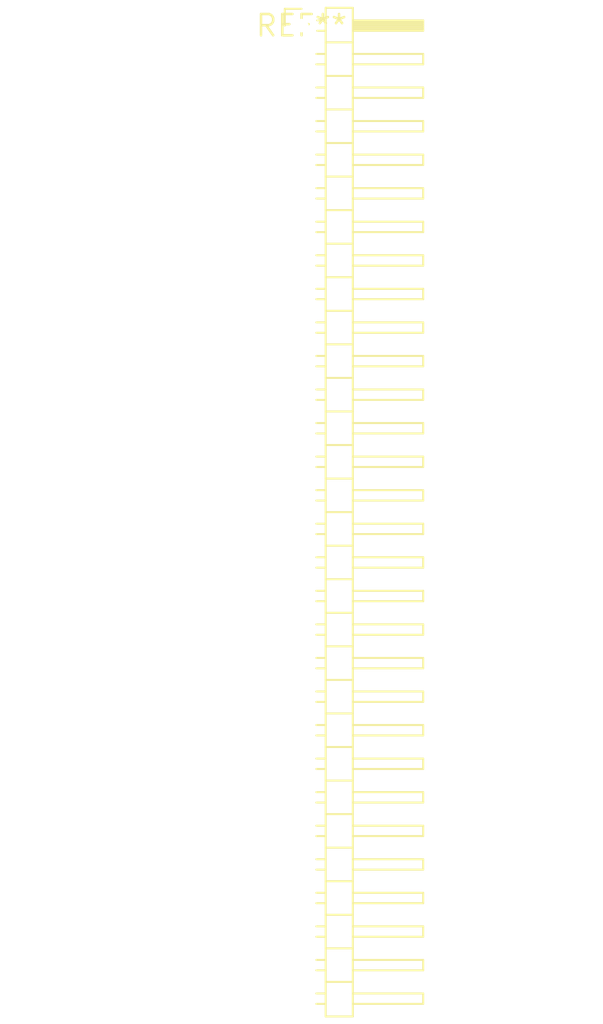
<source format=kicad_pcb>
(kicad_pcb (version 20240108) (generator pcbnew)
  (layers (0 "F.Cu" signal) (31 "B.Cu" signal) (34 "B.Paste" user) (35 "F.Paste" user) (36 "B.SilkS" user "B.Silkscreen") (37 "F.SilkS" user "F.Silkscreen") (38 "B.Mask" user) (39 "F.Mask" user) (44 "Edge.Cuts" user))
  (net 0 "")
  (footprint "PinHeader_1x30_P2.00mm_Horizontal" (layer "F.Cu") (at 0 0)
    (property "Reference" "REF**")
    (property "Value" "PinHeader_1x30_P2.00mm_Horizontal")
    (fp_line (start -1 -1) (end 0 -1) (layer "F.SilkS") (stroke (width 0.12)))
    (fp_line (start -1 0) (end -1 -1) (layer "F.SilkS") (stroke (width 0.12)))
    (fp_line (start 0.882114 1.69) (end 1.44 1.69) (layer "F.SilkS") (stroke (width 0.12)))
    (fp_line (start 0.882114 2.31) (end 1.44 2.31) (layer "F.SilkS") (stroke (width 0.12)))
    (fp_line (start 0.882114 3.69) (end 1.44 3.69) (layer "F.SilkS") (stroke (width 0.12)))
    (fp_line (start 0.882114 4.31) (end 1.44 4.31) (layer "F.SilkS") (stroke (width 0.12)))
    (fp_line (start 0.882114 5.69) (end 1.44 5.69) (layer "F.SilkS") (stroke (width 0.12)))
    (fp_line (start 0.882114 6.31) (end 1.44 6.31) (layer "F.SilkS") (stroke (width 0.12)))
    (fp_line (start 0.882114 7.69) (end 1.44 7.69) (layer "F.SilkS") (stroke (width 0.12)))
    (fp_line (start 0.882114 8.31) (end 1.44 8.31) (layer "F.SilkS") (stroke (width 0.12)))
    (fp_line (start 0.882114 9.69) (end 1.44 9.69) (layer "F.SilkS") (stroke (width 0.12)))
    (fp_line (start 0.882114 10.31) (end 1.44 10.31) (layer "F.SilkS") (stroke (width 0.12)))
    (fp_line (start 0.882114 11.69) (end 1.44 11.69) (layer "F.SilkS") (stroke (width 0.12)))
    (fp_line (start 0.882114 12.31) (end 1.44 12.31) (layer "F.SilkS") (stroke (width 0.12)))
    (fp_line (start 0.882114 13.69) (end 1.44 13.69) (layer "F.SilkS") (stroke (width 0.12)))
    (fp_line (start 0.882114 14.31) (end 1.44 14.31) (layer "F.SilkS") (stroke (width 0.12)))
    (fp_line (start 0.882114 15.69) (end 1.44 15.69) (layer "F.SilkS") (stroke (width 0.12)))
    (fp_line (start 0.882114 16.31) (end 1.44 16.31) (layer "F.SilkS") (stroke (width 0.12)))
    (fp_line (start 0.882114 17.69) (end 1.44 17.69) (layer "F.SilkS") (stroke (width 0.12)))
    (fp_line (start 0.882114 18.31) (end 1.44 18.31) (layer "F.SilkS") (stroke (width 0.12)))
    (fp_line (start 0.882114 19.69) (end 1.44 19.69) (layer "F.SilkS") (stroke (width 0.12)))
    (fp_line (start 0.882114 20.31) (end 1.44 20.31) (layer "F.SilkS") (stroke (width 0.12)))
    (fp_line (start 0.882114 21.69) (end 1.44 21.69) (layer "F.SilkS") (stroke (width 0.12)))
    (fp_line (start 0.882114 22.31) (end 1.44 22.31) (layer "F.SilkS") (stroke (width 0.12)))
    (fp_line (start 0.882114 23.69) (end 1.44 23.69) (layer "F.SilkS") (stroke (width 0.12)))
    (fp_line (start 0.882114 24.31) (end 1.44 24.31) (layer "F.SilkS") (stroke (width 0.12)))
    (fp_line (start 0.882114 25.69) (end 1.44 25.69) (layer "F.SilkS") (stroke (width 0.12)))
    (fp_line (start 0.882114 26.31) (end 1.44 26.31) (layer "F.SilkS") (stroke (width 0.12)))
    (fp_line (start 0.882114 27.69) (end 1.44 27.69) (layer "F.SilkS") (stroke (width 0.12)))
    (fp_line (start 0.882114 28.31) (end 1.44 28.31) (layer "F.SilkS") (stroke (width 0.12)))
    (fp_line (start 0.882114 29.69) (end 1.44 29.69) (layer "F.SilkS") (stroke (width 0.12)))
    (fp_line (start 0.882114 30.31) (end 1.44 30.31) (layer "F.SilkS") (stroke (width 0.12)))
    (fp_line (start 0.882114 31.69) (end 1.44 31.69) (layer "F.SilkS") (stroke (width 0.12)))
    (fp_line (start 0.882114 32.31) (end 1.44 32.31) (layer "F.SilkS") (stroke (width 0.12)))
    (fp_line (start 0.882114 33.69) (end 1.44 33.69) (layer "F.SilkS") (stroke (width 0.12)))
    (fp_line (start 0.882114 34.31) (end 1.44 34.31) (layer "F.SilkS") (stroke (width 0.12)))
    (fp_line (start 0.882114 35.69) (end 1.44 35.69) (layer "F.SilkS") (stroke (width 0.12)))
    (fp_line (start 0.882114 36.31) (end 1.44 36.31) (layer "F.SilkS") (stroke (width 0.12)))
    (fp_line (start 0.882114 37.69) (end 1.44 37.69) (layer "F.SilkS") (stroke (width 0.12)))
    (fp_line (start 0.882114 38.31) (end 1.44 38.31) (layer "F.SilkS") (stroke (width 0.12)))
    (fp_line (start 0.882114 39.69) (end 1.44 39.69) (layer "F.SilkS") (stroke (width 0.12)))
    (fp_line (start 0.882114 40.31) (end 1.44 40.31) (layer "F.SilkS") (stroke (width 0.12)))
    (fp_line (start 0.882114 41.69) (end 1.44 41.69) (layer "F.SilkS") (stroke (width 0.12)))
    (fp_line (start 0.882114 42.31) (end 1.44 42.31) (layer "F.SilkS") (stroke (width 0.12)))
    (fp_line (start 0.882114 43.69) (end 1.44 43.69) (layer "F.SilkS") (stroke (width 0.12)))
    (fp_line (start 0.882114 44.31) (end 1.44 44.31) (layer "F.SilkS") (stroke (width 0.12)))
    (fp_line (start 0.882114 45.69) (end 1.44 45.69) (layer "F.SilkS") (stroke (width 0.12)))
    (fp_line (start 0.882114 46.31) (end 1.44 46.31) (layer "F.SilkS") (stroke (width 0.12)))
    (fp_line (start 0.882114 47.69) (end 1.44 47.69) (layer "F.SilkS") (stroke (width 0.12)))
    (fp_line (start 0.882114 48.31) (end 1.44 48.31) (layer "F.SilkS") (stroke (width 0.12)))
    (fp_line (start 0.882114 49.69) (end 1.44 49.69) (layer "F.SilkS") (stroke (width 0.12)))
    (fp_line (start 0.882114 50.31) (end 1.44 50.31) (layer "F.SilkS") (stroke (width 0.12)))
    (fp_line (start 0.882114 51.69) (end 1.44 51.69) (layer "F.SilkS") (stroke (width 0.12)))
    (fp_line (start 0.882114 52.31) (end 1.44 52.31) (layer "F.SilkS") (stroke (width 0.12)))
    (fp_line (start 0.882114 53.69) (end 1.44 53.69) (layer "F.SilkS") (stroke (width 0.12)))
    (fp_line (start 0.882114 54.31) (end 1.44 54.31) (layer "F.SilkS") (stroke (width 0.12)))
    (fp_line (start 0.882114 55.69) (end 1.44 55.69) (layer "F.SilkS") (stroke (width 0.12)))
    (fp_line (start 0.882114 56.31) (end 1.44 56.31) (layer "F.SilkS") (stroke (width 0.12)))
    (fp_line (start 0.882114 57.69) (end 1.44 57.69) (layer "F.SilkS") (stroke (width 0.12)))
    (fp_line (start 0.882114 58.31) (end 1.44 58.31) (layer "F.SilkS") (stroke (width 0.12)))
    (fp_line (start 0.935 -0.31) (end 1.44 -0.31) (layer "F.SilkS") (stroke (width 0.12)))
    (fp_line (start 0.935 0.31) (end 1.44 0.31) (layer "F.SilkS") (stroke (width 0.12)))
    (fp_line (start 1.44 -1.06) (end 1.44 59.06) (layer "F.SilkS") (stroke (width 0.12)))
    (fp_line (start 1.44 1) (end 3.06 1) (layer "F.SilkS") (stroke (width 0.12)))
    (fp_line (start 1.44 3) (end 3.06 3) (layer "F.SilkS") (stroke (width 0.12)))
    (fp_line (start 1.44 5) (end 3.06 5) (layer "F.SilkS") (stroke (width 0.12)))
    (fp_line (start 1.44 7) (end 3.06 7) (layer "F.SilkS") (stroke (width 0.12)))
    (fp_line (start 1.44 9) (end 3.06 9) (layer "F.SilkS") (stroke (width 0.12)))
    (fp_line (start 1.44 11) (end 3.06 11) (layer "F.SilkS") (stroke (width 0.12)))
    (fp_line (start 1.44 13) (end 3.06 13) (layer "F.SilkS") (stroke (width 0.12)))
    (fp_line (start 1.44 15) (end 3.06 15) (layer "F.SilkS") (stroke (width 0.12)))
    (fp_line (start 1.44 17) (end 3.06 17) (layer "F.SilkS") (stroke (width 0.12)))
    (fp_line (start 1.44 19) (end 3.06 19) (layer "F.SilkS") (stroke (width 0.12)))
    (fp_line (start 1.44 21) (end 3.06 21) (layer "F.SilkS") (stroke (width 0.12)))
    (fp_line (start 1.44 23) (end 3.06 23) (layer "F.SilkS") (stroke (width 0.12)))
    (fp_line (start 1.44 25) (end 3.06 25) (layer "F.SilkS") (stroke (width 0.12)))
    (fp_line (start 1.44 27) (end 3.06 27) (layer "F.SilkS") (stroke (width 0.12)))
    (fp_line (start 1.44 29) (end 3.06 29) (layer "F.SilkS") (stroke (width 0.12)))
    (fp_line (start 1.44 31) (end 3.06 31) (layer "F.SilkS") (stroke (width 0.12)))
    (fp_line (start 1.44 33) (end 3.06 33) (layer "F.SilkS") (stroke (width 0.12)))
    (fp_line (start 1.44 35) (end 3.06 35) (layer "F.SilkS") (stroke (width 0.12)))
    (fp_line (start 1.44 37) (end 3.06 37) (layer "F.SilkS") (stroke (width 0.12)))
    (fp_line (start 1.44 39) (end 3.06 39) (layer "F.SilkS") (stroke (width 0.12)))
    (fp_line (start 1.44 41) (end 3.06 41) (layer "F.SilkS") (stroke (width 0.12)))
    (fp_line (start 1.44 43) (end 3.06 43) (layer "F.SilkS") (stroke (width 0.12)))
    (fp_line (start 1.44 45) (end 3.06 45) (layer "F.SilkS") (stroke (width 0.12)))
    (fp_line (start 1.44 47) (end 3.06 47) (layer "F.SilkS") (stroke (width 0.12)))
    (fp_line (start 1.44 49) (end 3.06 49) (layer "F.SilkS") (stroke (width 0.12)))
    (fp_line (start 1.44 51) (end 3.06 51) (layer "F.SilkS") (stroke (width 0.12)))
    (fp_line (start 1.44 53) (end 3.06 53) (layer "F.SilkS") (stroke (width 0.12)))
    (fp_line (start 1.44 55) (end 3.06 55) (layer "F.SilkS") (stroke (width 0.12)))
    (fp_line (start 1.44 57) (end 3.06 57) (layer "F.SilkS") (stroke (width 0.12)))
    (fp_line (start 1.44 59.06) (end 3.06 59.06) (layer "F.SilkS") (stroke (width 0.12)))
    (fp_line (start 3.06 -1.06) (end 1.44 -1.06) (layer "F.SilkS") (stroke (width 0.12)))
    (fp_line (start 3.06 -0.31) (end 7.26 -0.31) (layer "F.SilkS") (stroke (width 0.12)))
    (fp_line (start 3.06 -0.25) (end 7.26 -0.25) (layer "F.SilkS") (stroke (width 0.12)))
    (fp_line (start 3.06 -0.13) (end 7.26 -0.13) (layer "F.SilkS") (stroke (width 0.12)))
    (fp_line (start 3.06 -0.01) (end 7.26 -0.01) (layer "F.SilkS") (stroke (width 0.12)))
    (fp_line (start 3.06 0.11) (end 7.26 0.11) (layer "F.SilkS") (stroke (width 0.12)))
    (fp_line (start 3.06 0.23) (end 7.26 0.23) (layer "F.SilkS") (stroke (width 0.12)))
    (fp_line (start 3.06 1.69) (end 7.26 1.69) (layer "F.SilkS") (stroke (width 0.12)))
    (fp_line (start 3.06 3.69) (end 7.26 3.69) (layer "F.SilkS") (stroke (width 0.12)))
    (fp_line (start 3.06 5.69) (end 7.26 5.69) (layer "F.SilkS") (stroke (width 0.12)))
    (fp_line (start 3.06 7.69) (end 7.26 7.69) (layer "F.SilkS") (stroke (width 0.12)))
    (fp_line (start 3.06 9.69) (end 7.26 9.69) (layer "F.SilkS") (stroke (width 0.12)))
    (fp_line (start 3.06 11.69) (end 7.26 11.69) (layer "F.SilkS") (stroke (width 0.12)))
    (fp_line (start 3.06 13.69) (end 7.26 13.69) (layer "F.SilkS") (stroke (width 0.12)))
    (fp_line (start 3.06 15.69) (end 7.26 15.69) (layer "F.SilkS") (stroke (width 0.12)))
    (fp_line (start 3.06 17.69) (end 7.26 17.69) (layer "F.SilkS") (stroke (width 0.12)))
    (fp_line (start 3.06 19.69) (end 7.26 19.69) (layer "F.SilkS") (stroke (width 0.12)))
    (fp_line (start 3.06 21.69) (end 7.26 21.69) (layer "F.SilkS") (stroke (width 0.12)))
    (fp_line (start 3.06 23.69) (end 7.26 23.69) (layer "F.SilkS") (stroke (width 0.12)))
    (fp_line (start 3.06 25.69) (end 7.26 25.69) (layer "F.SilkS") (stroke (width 0.12)))
    (fp_line (start 3.06 27.69) (end 7.26 27.69) (layer "F.SilkS") (stroke (width 0.12)))
    (fp_line (start 3.06 29.69) (end 7.26 29.69) (layer "F.SilkS") (stroke (width 0.12)))
    (fp_line (start 3.06 31.69) (end 7.26 31.69) (layer "F.SilkS") (stroke (width 0.12)))
    (fp_line (start 3.06 33.69) (end 7.26 33.69) (layer "F.SilkS") (stroke (width 0.12)))
    (fp_line (start 3.06 35.69) (end 7.26 35.69) (layer "F.SilkS") (stroke (width 0.12)))
    (fp_line (start 3.06 37.69) (end 7.26 37.69) (layer "F.SilkS") (stroke (width 0.12)))
    (fp_line (start 3.06 39.69) (end 7.26 39.69) (layer "F.SilkS") (stroke (width 0.12)))
    (fp_line (start 3.06 41.69) (end 7.26 41.69) (layer "F.SilkS") (stroke (width 0.12)))
    (fp_line (start 3.06 43.69) (end 7.26 43.69) (layer "F.SilkS") (stroke (width 0.12)))
    (fp_line (start 3.06 45.69) (end 7.26 45.69) (layer "F.SilkS") (stroke (width 0.12)))
    (fp_line (start 3.06 47.69) (end 7.26 47.69) (layer "F.SilkS") (stroke (width 0.12)))
    (fp_line (start 3.06 49.69) (end 7.26 49.69) (layer "F.SilkS") (stroke (width 0.12)))
    (fp_line (start 3.06 51.69) (end 7.26 51.69) (layer "F.SilkS") (stroke (width 0.12)))
    (fp_line (start 3.06 53.69) (end 7.26 53.69) (layer "F.SilkS") (stroke (width 0.12)))
    (fp_line (start 3.06 55.69) (end 7.26 55.69) (layer "F.SilkS") (stroke (width 0.12)))
    (fp_line (start 3.06 57.69) (end 7.26 57.69) (layer "F.SilkS") (stroke (width 0.12)))
    (fp_line (start 3.06 59.06) (end 3.06 -1.06) (layer "F.SilkS") (stroke (width 0.12)))
    (fp_line (start 7.26 -0.31) (end 7.26 0.31) (layer "F.SilkS") (stroke (width 0.12)))
    (fp_line (start 7.26 0.31) (end 3.06 0.31) (layer "F.SilkS") (stroke (width 0.12)))
    (fp_line (start 7.26 1.69) (end 7.26 2.31) (layer "F.SilkS") (stroke (width 0.12)))
    (fp_line (start 7.26 2.31) (end 3.06 2.31) (layer "F.SilkS") (stroke (width 0.12)))
    (fp_line (start 7.26 3.69) (end 7.26 4.31) (layer "F.SilkS") (stroke (width 0.12)))
    (fp_line (start 7.26 4.31) (end 3.06 4.31) (layer "F.SilkS") (stroke (width 0.12)))
    (fp_line (start 7.26 5.69) (end 7.26 6.31) (layer "F.SilkS") (stroke (width 0.12)))
    (fp_line (start 7.26 6.31) (end 3.06 6.31) (layer "F.SilkS") (stroke (width 0.12)))
    (fp_line (start 7.26 7.69) (end 7.26 8.31) (layer "F.SilkS") (stroke (width 0.12)))
    (fp_line (start 7.26 8.31) (end 3.06 8.31) (layer "F.SilkS") (stroke (width 0.12)))
    (fp_line (start 7.26 9.69) (end 7.26 10.31) (layer "F.SilkS") (stroke (width 0.12)))
    (fp_line (start 7.26 10.31) (end 3.06 10.31) (layer "F.SilkS") (stroke (width 0.12)))
    (fp_line (start 7.26 11.69) (end 7.26 12.31) (layer "F.SilkS") (stroke (width 0.12)))
    (fp_line (start 7.26 12.31) (end 3.06 12.31) (layer "F.SilkS") (stroke (width 0.12)))
    (fp_line (start 7.26 13.69) (end 7.26 14.31) (layer "F.SilkS") (stroke (width 0.12)))
    (fp_line (start 7.26 14.31) (end 3.06 14.31) (layer "F.SilkS") (stroke (width 0.12)))
    (fp_line (start 7.26 15.69) (end 7.26 16.31) (layer "F.SilkS") (stroke (width 0.12)))
    (fp_line (start 7.26 16.31) (end 3.06 16.31) (layer "F.SilkS") (stroke (width 0.12)))
    (fp_line (start 7.26 17.69) (end 7.26 18.31) (layer "F.SilkS") (stroke (width 0.12)))
    (fp_line (start 7.26 18.31) (end 3.06 18.31) (layer "F.SilkS") (stroke (width 0.12)))
    (fp_line (start 7.26 19.69) (end 7.26 20.31) (layer "F.SilkS") (stroke (width 0.12)))
    (fp_line (start 7.26 20.31) (end 3.06 20.31) (layer "F.SilkS") (stroke (width 0.12)))
    (fp_line (start 7.26 21.69) (end 7.26 22.31) (layer "F.SilkS") (stroke (width 0.12)))
    (fp_line (start 7.26 22.31) (end 3.06 22.31) (layer "F.SilkS") (stroke (width 0.12)))
    (fp_line (start 7.26 23.69) (end 7.26 24.31) (layer "F.SilkS") (stroke (width 0.12)))
    (fp_line (start 7.26 24.31) (end 3.06 24.31) (layer "F.SilkS") (stroke (width 0.12)))
    (fp_line (start 7.26 25.69) (end 7.26 26.31) (layer "F.SilkS") (stroke (width 0.12)))
    (fp_line (start 7.26 26.31) (end 3.06 26.31) (layer "F.SilkS") (stroke (width 0.12)))
    (fp_line (start 7.26 27.69) (end 7.26 28.31) (layer "F.SilkS") (stroke (width 0.12)))
    (fp_line (start 7.26 28.31) (end 3.06 28.31) (layer "F.SilkS") (stroke (width 0.12)))
    (fp_line (start 7.26 29.69) (end 7.26 30.31) (layer "F.SilkS") (stroke (width 0.12)))
    (fp_line (start 7.26 30.31) (end 3.06 30.31) (layer "F.SilkS") (stroke (width 0.12)))
    (fp_line (start 7.26 31.69) (end 7.26 32.31) (layer "F.SilkS") (stroke (width 0.12)))
    (fp_line (start 7.26 32.31) (end 3.06 32.31) (layer "F.SilkS") (stroke (width 0.12)))
    (fp_line (start 7.26 33.69) (end 7.26 34.31) (layer "F.SilkS") (stroke (width 0.12)))
    (fp_line (start 7.26 34.31) (end 3.06 34.31) (layer "F.SilkS") (stroke (width 0.12)))
    (fp_line (start 7.26 35.69) (end 7.26 36.31) (layer "F.SilkS") (stroke (width 0.12)))
    (fp_line (start 7.26 36.31) (end 3.06 36.31) (layer "F.SilkS") (stroke (width 0.12)))
    (fp_line (start 7.26 37.69) (end 7.26 38.31) (layer "F.SilkS") (stroke (width 0.12)))
    (fp_line (start 7.26 38.31) (end 3.06 38.31) (layer "F.SilkS") (stroke (width 0.12)))
    (fp_line (start 7.26 39.69) (end 7.26 40.31) (layer "F.SilkS") (stroke (width 0.12)))
    (fp_line (start 7.26 40.31) (end 3.06 40.31) (layer "F.SilkS") (stroke (width 0.12)))
    (fp_line (start 7.26 41.69) (end 7.26 42.31) (layer "F.SilkS") (stroke (width 0.12)))
    (fp_line (start 7.26 42.31) (end 3.06 42.31) (layer "F.SilkS") (stroke (width 0.12)))
    (fp_line (start 7.26 43.69) (end 7.26 44.31) (layer "F.SilkS") (stroke (width 0.12)))
    (fp_line (start 7.26 44.31) (end 3.06 44.31) (layer "F.SilkS") (stroke (width 0.12)))
    (fp_line (start 7.26 45.69) (end 7.26 46.31) (layer "F.SilkS") (stroke (width 0.12)))
    (fp_line (start 7.26 46.31) (end 3.06 46.31) (layer "F.SilkS") (stroke (width 0.12)))
    (fp_line (start 7.26 47.69) (end 7.26 48.31) (layer "F.SilkS") (stroke (width 0.12)))
    (fp_line (start 7.26 48.31) (end 3.06 48.31) (layer "F.SilkS") (stroke (width 0.12)))
    (fp_line (start 7.26 49.69) (end 7.26 50.31) (layer "F.SilkS") (stroke (width 0.12)))
    (fp_line (start 7.26 50.31) (end 3.06 50.31) (layer "F.SilkS") (stroke (width 0.12)))
    (fp_line (start 7.26 51.69) (end 7.26 52.31) (layer "F.SilkS") (stroke (width 0.12)))
    (fp_line (start 7.26 52.31) (end 3.06 52.31) (layer "F.SilkS") (stroke (width 0.12)))
    (fp_line (start 7.26 53.69) (end 7.26 54.31) (layer "F.SilkS") (stroke (width 0.12)))
    (fp_line (start 7.26 54.31) (end 3.06 54.31) (layer "F.SilkS") (stroke (width 0.12)))
    (fp_line (start 7.26 55.69) (end 7.26 56.31) (layer "F.SilkS") (stroke (width 0.12)))
    (fp_line (start 7.26 56.31) (end 3.06 56.31) (layer "F.SilkS") (stroke (width 0.12)))
    (fp_line (start 7.26 57.69) (end 7.26 58.31) (layer "F.SilkS") (stroke (width 0.12)))
    (fp_line (start 7.26 58.31) (end 3.06 58.31) (layer "F.SilkS") (stroke (width 0.12)))
    (pad "1" thru_hole rect (at 0 0) (size 1.35 1.35) (drill 0.8) (layers *.Cu *.Mask) (remove_unused_layers))
    (pad "2" thru_hole oval (at 0 2) (size 1.35 1.35) (drill 0.8) (layers *.Cu *.Mask) (remove_unused_layers))
    (pad "3" thru_hole oval (at 0 4) (size 1.35 1.35) (drill 0.8) (layers *.Cu *.Mask) (remove_unused_layers))
    (pad "4" thru_hole oval (at 0 6) (size 1.35 1.35) (drill 0.8) (layers *.Cu *.Mask) (remove_unused_layers))
    (pad "5" thru_hole oval (at 0 8) (size 1.35 1.35) (drill 0.8) (layers *.Cu *.Mask) (remove_unused_layers))
    (pad "6" thru_hole oval (at 0 10) (size 1.35 1.35) (drill 0.8) (layers *.Cu *.Mask) (remove_unused_layers))
    (pad "7" thru_hole oval (at 0 12) (size 1.35 1.35) (drill 0.8) (layers *.Cu *.Mask) (remove_unused_layers))
    (pad "8" thru_hole oval (at 0 14) (size 1.35 1.35) (drill 0.8) (layers *.Cu *.Mask) (remove_unused_layers))
    (pad "9" thru_hole oval (at 0 16) (size 1.35 1.35) (drill 0.8) (layers *.Cu *.Mask) (remove_unused_layers))
    (pad "10" thru_hole oval (at 0 18) (size 1.35 1.35) (drill 0.8) (layers *.Cu *.Mask) (remove_unused_layers))
    (pad "11" thru_hole oval (at 0 20) (size 1.35 1.35) (drill 0.8) (layers *.Cu *.Mask) (remove_unused_layers))
    (pad "12" thru_hole oval (at 0 22) (size 1.35 1.35) (drill 0.8) (layers *.Cu *.Mask) (remove_unused_layers))
    (pad "13" thru_hole oval (at 0 24) (size 1.35 1.35) (drill 0.8) (layers *.Cu *.Mask) (remove_unused_layers))
    (pad "14" thru_hole oval (at 0 26) (size 1.35 1.35) (drill 0.8) (layers *.Cu *.Mask) (remove_unused_layers))
    (pad "15" thru_hole oval (at 0 28) (size 1.35 1.35) (drill 0.8) (layers *.Cu *.Mask) (remove_unused_layers))
    (pad "16" thru_hole oval (at 0 30) (size 1.35 1.35) (drill 0.8) (layers *.Cu *.Mask) (remove_unused_layers))
    (pad "17" thru_hole oval (at 0 32) (size 1.35 1.35) (drill 0.8) (layers *.Cu *.Mask) (remove_unused_layers))
    (pad "18" thru_hole oval (at 0 34) (size 1.35 1.35) (drill 0.8) (layers *.Cu *.Mask) (remove_unused_layers))
    (pad "19" thru_hole oval (at 0 36) (size 1.35 1.35) (drill 0.8) (layers *.Cu *.Mask) (remove_unused_layers))
    (pad "20" thru_hole oval (at 0 38) (size 1.35 1.35) (drill 0.8) (layers *.Cu *.Mask) (remove_unused_layers))
    (pad "21" thru_hole oval (at 0 40) (size 1.35 1.35) (drill 0.8) (layers *.Cu *.Mask) (remove_unused_layers))
    (pad "22" thru_hole oval (at 0 42) (size 1.35 1.35) (drill 0.8) (layers *.Cu *.Mask) (remove_unused_layers))
    (pad "23" thru_hole oval (at 0 44) (size 1.35 1.35) (drill 0.8) (layers *.Cu *.Mask) (remove_unused_layers))
    (pad "24" thru_hole oval (at 0 46) (size 1.35 1.35) (drill 0.8) (layers *.Cu *.Mask) (remove_unused_layers))
    (pad "25" thru_hole oval (at 0 48) (size 1.35 1.35) (drill 0.8) (layers *.Cu *.Mask) (remove_unused_layers))
    (pad "26" thru_hole oval (at 0 50) (size 1.35 1.35) (drill 0.8) (layers *.Cu *.Mask) (remove_unused_layers))
    (pad "27" thru_hole oval (at 0 52) (size 1.35 1.35) (drill 0.8) (layers *.Cu *.Mask) (remove_unused_layers))
    (pad "28" thru_hole oval (at 0 54) (size 1.35 1.35) (drill 0.8) (layers *.Cu *.Mask) (remove_unused_layers))
    (pad "29" thru_hole oval (at 0 56) (size 1.35 1.35) (drill 0.8) (layers *.Cu *.Mask) (remove_unused_layers))
    (pad "30" thru_hole oval (at 0 58) (size 1.35 1.35) (drill 0.8) (layers *.Cu *.Mask) (remove_unused_layers))
  )
)
</source>
